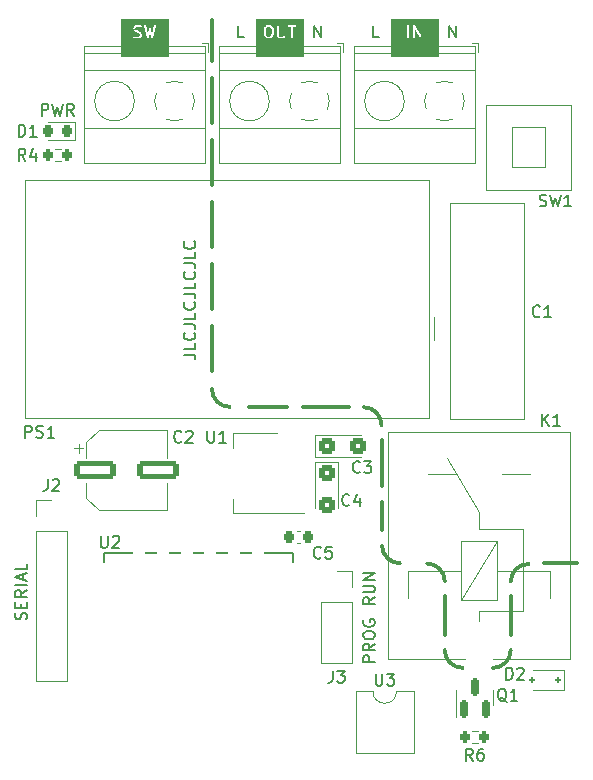
<source format=gto>
G04 #@! TF.GenerationSoftware,KiCad,Pcbnew,7.0.8*
G04 #@! TF.CreationDate,2024-05-10T00:52:19-03:00*
G04 #@! TF.ProjectId,on_off_module_x1,6f6e5f6f-6666-45f6-9d6f-64756c655f78,1.0*
G04 #@! TF.SameCoordinates,Original*
G04 #@! TF.FileFunction,Legend,Top*
G04 #@! TF.FilePolarity,Positive*
%FSLAX46Y46*%
G04 Gerber Fmt 4.6, Leading zero omitted, Abs format (unit mm)*
G04 Created by KiCad (PCBNEW 7.0.8) date 2024-05-10 00:52:19*
%MOMM*%
%LPD*%
G01*
G04 APERTURE LIST*
G04 Aperture macros list*
%AMRoundRect*
0 Rectangle with rounded corners*
0 $1 Rounding radius*
0 $2 $3 $4 $5 $6 $7 $8 $9 X,Y pos of 4 corners*
0 Add a 4 corners polygon primitive as box body*
4,1,4,$2,$3,$4,$5,$6,$7,$8,$9,$2,$3,0*
0 Add four circle primitives for the rounded corners*
1,1,$1+$1,$2,$3*
1,1,$1+$1,$4,$5*
1,1,$1+$1,$6,$7*
1,1,$1+$1,$8,$9*
0 Add four rect primitives between the rounded corners*
20,1,$1+$1,$2,$3,$4,$5,0*
20,1,$1+$1,$4,$5,$6,$7,0*
20,1,$1+$1,$6,$7,$8,$9,0*
20,1,$1+$1,$8,$9,$2,$3,0*%
G04 Aperture macros list end*
%ADD10C,0.050000*%
%ADD11C,0.350000*%
%ADD12C,0.200000*%
%ADD13C,0.150000*%
%ADD14C,0.120000*%
%ADD15C,0.152400*%
%ADD16RoundRect,0.225000X-0.225000X-0.250000X0.225000X-0.250000X0.225000X0.250000X-0.225000X0.250000X0*%
%ADD17RoundRect,0.150000X0.150000X-0.587500X0.150000X0.587500X-0.150000X0.587500X-0.150000X-0.587500X0*%
%ADD18C,2.500000*%
%ADD19RoundRect,0.125000X0.125000X0.125000X-0.125000X0.125000X-0.125000X-0.125000X0.125000X-0.125000X0*%
%ADD20R,1.700000X1.700000*%
%ADD21O,1.700000X1.700000*%
%ADD22RoundRect,0.218750X0.218750X0.256250X-0.218750X0.256250X-0.218750X-0.256250X0.218750X-0.256250X0*%
%ADD23C,3.000000*%
%ADD24C,2.600000*%
%ADD25R,2.600000X2.600000*%
%ADD26R,2.000000X1.500000*%
%ADD27R,2.000000X3.800000*%
%ADD28RoundRect,0.200000X-0.200000X-0.275000X0.200000X-0.275000X0.200000X0.275000X-0.200000X0.275000X0*%
%ADD29RoundRect,0.250000X-0.425000X0.450000X-0.425000X-0.450000X0.425000X-0.450000X0.425000X0.450000X0*%
%ADD30R,2.500000X1.100000*%
%ADD31R,1.100000X2.500000*%
%ADD32C,2.400000*%
%ADD33R,2.000000X1.780000*%
%ADD34R,2.300000X2.000000*%
%ADD35C,2.300000*%
%ADD36RoundRect,0.250000X-0.450000X-0.425000X0.450000X-0.425000X0.450000X0.425000X-0.450000X0.425000X0*%
%ADD37RoundRect,0.250000X-1.500000X-0.550000X1.500000X-0.550000X1.500000X0.550000X-1.500000X0.550000X0*%
%ADD38R,1.500000X1.500000*%
%ADD39C,1.500000*%
G04 APERTURE END LIST*
D10*
X136244100Y-58823798D02*
X137209300Y-58823798D01*
X137209300Y-61973398D01*
X136244100Y-61973398D01*
X136244100Y-58823798D01*
G36*
X136244100Y-58823798D02*
G01*
X137209300Y-58823798D01*
X137209300Y-61973398D01*
X136244100Y-61973398D01*
X136244100Y-58823798D01*
G37*
X136244100Y-60601798D02*
X140231900Y-60601798D01*
X140231900Y-61973398D01*
X136244100Y-61973398D01*
X136244100Y-60601798D01*
G36*
X136244100Y-60601798D02*
G01*
X140231900Y-60601798D01*
X140231900Y-61973398D01*
X136244100Y-61973398D01*
X136244100Y-60601798D01*
G37*
X136244100Y-58823798D02*
X140231900Y-58823798D01*
X140231900Y-59280998D01*
X136244100Y-59280998D01*
X136244100Y-58823798D01*
G36*
X136244100Y-58823798D02*
G01*
X140231900Y-58823798D01*
X140231900Y-59280998D01*
X136244100Y-59280998D01*
X136244100Y-58823798D01*
G37*
X139317500Y-58823798D02*
X140231900Y-58823798D01*
X140231900Y-61973398D01*
X139317500Y-61973398D01*
X139317500Y-58823798D01*
G36*
X139317500Y-58823798D02*
G01*
X140231900Y-58823798D01*
X140231900Y-61973398D01*
X139317500Y-61973398D01*
X139317500Y-58823798D01*
G37*
X147669100Y-58823798D02*
X148227900Y-58823798D01*
X148227900Y-61973398D01*
X147669100Y-61973398D01*
X147669100Y-58823798D01*
G36*
X147669100Y-58823798D02*
G01*
X148227900Y-58823798D01*
X148227900Y-61973398D01*
X147669100Y-61973398D01*
X147669100Y-58823798D01*
G37*
X151199700Y-58823798D02*
X151656900Y-58823798D01*
X151656900Y-61973398D01*
X151199700Y-61973398D01*
X151199700Y-58823798D01*
G36*
X151199700Y-58823798D02*
G01*
X151656900Y-58823798D01*
X151656900Y-61973398D01*
X151199700Y-61973398D01*
X151199700Y-58823798D01*
G37*
X147669100Y-58823798D02*
X151656900Y-58823798D01*
X151656900Y-59280998D01*
X147669100Y-59280998D01*
X147669100Y-58823798D01*
G36*
X147669100Y-58823798D02*
G01*
X151656900Y-58823798D01*
X151656900Y-59280998D01*
X147669100Y-59280998D01*
X147669100Y-58823798D01*
G37*
X147669100Y-60601798D02*
X151656900Y-60601798D01*
X151656900Y-61973398D01*
X147669100Y-61973398D01*
X147669100Y-60601798D01*
G36*
X147669100Y-60601798D02*
G01*
X151656900Y-60601798D01*
X151656900Y-61973398D01*
X147669100Y-61973398D01*
X147669100Y-60601798D01*
G37*
X159099100Y-60601798D02*
X163086900Y-60601798D01*
X163086900Y-61973398D01*
X159099100Y-61973398D01*
X159099100Y-60601798D01*
G36*
X159099100Y-60601798D02*
G01*
X163086900Y-60601798D01*
X163086900Y-61973398D01*
X159099100Y-61973398D01*
X159099100Y-60601798D01*
G37*
X159099100Y-58823798D02*
X163086900Y-58823798D01*
X163086900Y-59280998D01*
X159099100Y-59280998D01*
X159099100Y-58823798D01*
G36*
X159099100Y-58823798D02*
G01*
X163086900Y-58823798D01*
X163086900Y-59280998D01*
X159099100Y-59280998D01*
X159099100Y-58823798D01*
G37*
X161816900Y-58823798D02*
X163086900Y-58823798D01*
X163086900Y-61973398D01*
X161816900Y-61973398D01*
X161816900Y-58823798D01*
G36*
X161816900Y-58823798D02*
G01*
X163086900Y-58823798D01*
X163086900Y-61973398D01*
X161816900Y-61973398D01*
X161816900Y-58823798D01*
G37*
X159099100Y-58823798D02*
X160369100Y-58823798D01*
X160369100Y-61973398D01*
X159099100Y-61973398D01*
X159099100Y-58823798D01*
G36*
X159099100Y-58823798D02*
G01*
X160369100Y-58823798D01*
X160369100Y-61973398D01*
X159099100Y-61973398D01*
X159099100Y-58823798D01*
G37*
D11*
X163662000Y-107699498D02*
X163662000Y-111001498D01*
X169250000Y-107699498D02*
X169250000Y-111001498D01*
X158352000Y-103405498D02*
G75*
G03*
X159852000Y-104905498I1500000J0D01*
G01*
X158328000Y-94491498D02*
X158328000Y-98341498D01*
X158328000Y-99741498D02*
X158328000Y-102111498D01*
X143953000Y-90173498D02*
G75*
G03*
X145453000Y-91673498I1500000J0D01*
G01*
X163662000Y-112271498D02*
G75*
G03*
X165162000Y-113771498I1500000J0D01*
G01*
X163662000Y-106429498D02*
G75*
G03*
X162162000Y-104929498I-1500000J0D01*
G01*
X172044000Y-104905498D02*
X174838000Y-104905498D01*
X158304000Y-93197498D02*
G75*
G03*
X156804000Y-91697498I-1500000J0D01*
G01*
X155534000Y-91697498D02*
X151684000Y-91697498D01*
X150284000Y-91697498D02*
X147128000Y-91697498D01*
X170750000Y-104974098D02*
G75*
G03*
X169250000Y-106474144I100J-1500100D01*
G01*
X143953000Y-88649498D02*
X143953000Y-84799498D01*
X143953000Y-83399498D02*
X143953000Y-79549498D01*
X143953000Y-78149498D02*
X143953000Y-74299498D01*
X143953000Y-72899498D02*
X143953000Y-69049498D01*
X143953000Y-67649498D02*
X143953000Y-63799498D01*
X143953000Y-62399498D02*
X143953000Y-58931498D01*
X167750000Y-113771498D02*
G75*
G03*
X169250000Y-112271498I0J1500000D01*
G01*
D12*
X141550219Y-87240968D02*
X142264504Y-87240968D01*
X142264504Y-87240968D02*
X142407361Y-87288587D01*
X142407361Y-87288587D02*
X142502600Y-87383825D01*
X142502600Y-87383825D02*
X142550219Y-87526682D01*
X142550219Y-87526682D02*
X142550219Y-87621920D01*
X142550219Y-86288587D02*
X142550219Y-86764777D01*
X142550219Y-86764777D02*
X141550219Y-86764777D01*
X142454980Y-85383825D02*
X142502600Y-85431444D01*
X142502600Y-85431444D02*
X142550219Y-85574301D01*
X142550219Y-85574301D02*
X142550219Y-85669539D01*
X142550219Y-85669539D02*
X142502600Y-85812396D01*
X142502600Y-85812396D02*
X142407361Y-85907634D01*
X142407361Y-85907634D02*
X142312123Y-85955253D01*
X142312123Y-85955253D02*
X142121647Y-86002872D01*
X142121647Y-86002872D02*
X141978790Y-86002872D01*
X141978790Y-86002872D02*
X141788314Y-85955253D01*
X141788314Y-85955253D02*
X141693076Y-85907634D01*
X141693076Y-85907634D02*
X141597838Y-85812396D01*
X141597838Y-85812396D02*
X141550219Y-85669539D01*
X141550219Y-85669539D02*
X141550219Y-85574301D01*
X141550219Y-85574301D02*
X141597838Y-85431444D01*
X141597838Y-85431444D02*
X141645457Y-85383825D01*
X141550219Y-84669539D02*
X142264504Y-84669539D01*
X142264504Y-84669539D02*
X142407361Y-84717158D01*
X142407361Y-84717158D02*
X142502600Y-84812396D01*
X142502600Y-84812396D02*
X142550219Y-84955253D01*
X142550219Y-84955253D02*
X142550219Y-85050491D01*
X142550219Y-83717158D02*
X142550219Y-84193348D01*
X142550219Y-84193348D02*
X141550219Y-84193348D01*
X142454980Y-82812396D02*
X142502600Y-82860015D01*
X142502600Y-82860015D02*
X142550219Y-83002872D01*
X142550219Y-83002872D02*
X142550219Y-83098110D01*
X142550219Y-83098110D02*
X142502600Y-83240967D01*
X142502600Y-83240967D02*
X142407361Y-83336205D01*
X142407361Y-83336205D02*
X142312123Y-83383824D01*
X142312123Y-83383824D02*
X142121647Y-83431443D01*
X142121647Y-83431443D02*
X141978790Y-83431443D01*
X141978790Y-83431443D02*
X141788314Y-83383824D01*
X141788314Y-83383824D02*
X141693076Y-83336205D01*
X141693076Y-83336205D02*
X141597838Y-83240967D01*
X141597838Y-83240967D02*
X141550219Y-83098110D01*
X141550219Y-83098110D02*
X141550219Y-83002872D01*
X141550219Y-83002872D02*
X141597838Y-82860015D01*
X141597838Y-82860015D02*
X141645457Y-82812396D01*
X141550219Y-82098110D02*
X142264504Y-82098110D01*
X142264504Y-82098110D02*
X142407361Y-82145729D01*
X142407361Y-82145729D02*
X142502600Y-82240967D01*
X142502600Y-82240967D02*
X142550219Y-82383824D01*
X142550219Y-82383824D02*
X142550219Y-82479062D01*
X142550219Y-81145729D02*
X142550219Y-81621919D01*
X142550219Y-81621919D02*
X141550219Y-81621919D01*
X142454980Y-80240967D02*
X142502600Y-80288586D01*
X142502600Y-80288586D02*
X142550219Y-80431443D01*
X142550219Y-80431443D02*
X142550219Y-80526681D01*
X142550219Y-80526681D02*
X142502600Y-80669538D01*
X142502600Y-80669538D02*
X142407361Y-80764776D01*
X142407361Y-80764776D02*
X142312123Y-80812395D01*
X142312123Y-80812395D02*
X142121647Y-80860014D01*
X142121647Y-80860014D02*
X141978790Y-80860014D01*
X141978790Y-80860014D02*
X141788314Y-80812395D01*
X141788314Y-80812395D02*
X141693076Y-80764776D01*
X141693076Y-80764776D02*
X141597838Y-80669538D01*
X141597838Y-80669538D02*
X141550219Y-80526681D01*
X141550219Y-80526681D02*
X141550219Y-80431443D01*
X141550219Y-80431443D02*
X141597838Y-80288586D01*
X141597838Y-80288586D02*
X141645457Y-80240967D01*
X141550219Y-79526681D02*
X142264504Y-79526681D01*
X142264504Y-79526681D02*
X142407361Y-79574300D01*
X142407361Y-79574300D02*
X142502600Y-79669538D01*
X142502600Y-79669538D02*
X142550219Y-79812395D01*
X142550219Y-79812395D02*
X142550219Y-79907633D01*
X142550219Y-78574300D02*
X142550219Y-79050490D01*
X142550219Y-79050490D02*
X141550219Y-79050490D01*
X142454980Y-77669538D02*
X142502600Y-77717157D01*
X142502600Y-77717157D02*
X142550219Y-77860014D01*
X142550219Y-77860014D02*
X142550219Y-77955252D01*
X142550219Y-77955252D02*
X142502600Y-78098109D01*
X142502600Y-78098109D02*
X142407361Y-78193347D01*
X142407361Y-78193347D02*
X142312123Y-78240966D01*
X142312123Y-78240966D02*
X142121647Y-78288585D01*
X142121647Y-78288585D02*
X141978790Y-78288585D01*
X141978790Y-78288585D02*
X141788314Y-78240966D01*
X141788314Y-78240966D02*
X141693076Y-78193347D01*
X141693076Y-78193347D02*
X141597838Y-78098109D01*
X141597838Y-78098109D02*
X141550219Y-77955252D01*
X141550219Y-77955252D02*
X141550219Y-77860014D01*
X141550219Y-77860014D02*
X141597838Y-77717157D01*
X141597838Y-77717157D02*
X141645457Y-77669538D01*
D13*
X153184333Y-104420778D02*
X153136714Y-104468398D01*
X153136714Y-104468398D02*
X152993857Y-104516017D01*
X152993857Y-104516017D02*
X152898619Y-104516017D01*
X152898619Y-104516017D02*
X152755762Y-104468398D01*
X152755762Y-104468398D02*
X152660524Y-104373159D01*
X152660524Y-104373159D02*
X152612905Y-104277921D01*
X152612905Y-104277921D02*
X152565286Y-104087445D01*
X152565286Y-104087445D02*
X152565286Y-103944588D01*
X152565286Y-103944588D02*
X152612905Y-103754112D01*
X152612905Y-103754112D02*
X152660524Y-103658874D01*
X152660524Y-103658874D02*
X152755762Y-103563636D01*
X152755762Y-103563636D02*
X152898619Y-103516017D01*
X152898619Y-103516017D02*
X152993857Y-103516017D01*
X152993857Y-103516017D02*
X153136714Y-103563636D01*
X153136714Y-103563636D02*
X153184333Y-103611255D01*
X154089095Y-103516017D02*
X153612905Y-103516017D01*
X153612905Y-103516017D02*
X153565286Y-103992207D01*
X153565286Y-103992207D02*
X153612905Y-103944588D01*
X153612905Y-103944588D02*
X153708143Y-103896969D01*
X153708143Y-103896969D02*
X153946238Y-103896969D01*
X153946238Y-103896969D02*
X154041476Y-103944588D01*
X154041476Y-103944588D02*
X154089095Y-103992207D01*
X154089095Y-103992207D02*
X154136714Y-104087445D01*
X154136714Y-104087445D02*
X154136714Y-104325540D01*
X154136714Y-104325540D02*
X154089095Y-104420778D01*
X154089095Y-104420778D02*
X154041476Y-104468398D01*
X154041476Y-104468398D02*
X153946238Y-104516017D01*
X153946238Y-104516017D02*
X153708143Y-104516017D01*
X153708143Y-104516017D02*
X153612905Y-104468398D01*
X153612905Y-104468398D02*
X153565286Y-104420778D01*
X168900761Y-116631555D02*
X168805523Y-116583936D01*
X168805523Y-116583936D02*
X168710285Y-116488698D01*
X168710285Y-116488698D02*
X168567428Y-116345840D01*
X168567428Y-116345840D02*
X168472190Y-116298221D01*
X168472190Y-116298221D02*
X168376952Y-116298221D01*
X168424571Y-116536317D02*
X168329333Y-116488698D01*
X168329333Y-116488698D02*
X168234095Y-116393459D01*
X168234095Y-116393459D02*
X168186476Y-116202983D01*
X168186476Y-116202983D02*
X168186476Y-115869650D01*
X168186476Y-115869650D02*
X168234095Y-115679174D01*
X168234095Y-115679174D02*
X168329333Y-115583936D01*
X168329333Y-115583936D02*
X168424571Y-115536317D01*
X168424571Y-115536317D02*
X168615047Y-115536317D01*
X168615047Y-115536317D02*
X168710285Y-115583936D01*
X168710285Y-115583936D02*
X168805523Y-115679174D01*
X168805523Y-115679174D02*
X168853142Y-115869650D01*
X168853142Y-115869650D02*
X168853142Y-116202983D01*
X168853142Y-116202983D02*
X168805523Y-116393459D01*
X168805523Y-116393459D02*
X168710285Y-116488698D01*
X168710285Y-116488698D02*
X168615047Y-116536317D01*
X168615047Y-116536317D02*
X168424571Y-116536317D01*
X169805523Y-116536317D02*
X169234095Y-116536317D01*
X169519809Y-116536317D02*
X169519809Y-115536317D01*
X169519809Y-115536317D02*
X169424571Y-115679174D01*
X169424571Y-115679174D02*
X169329333Y-115774412D01*
X169329333Y-115774412D02*
X169234095Y-115822031D01*
X168849405Y-114758317D02*
X168849405Y-113758317D01*
X168849405Y-113758317D02*
X169087500Y-113758317D01*
X169087500Y-113758317D02*
X169230357Y-113805936D01*
X169230357Y-113805936D02*
X169325595Y-113901174D01*
X169325595Y-113901174D02*
X169373214Y-113996412D01*
X169373214Y-113996412D02*
X169420833Y-114186888D01*
X169420833Y-114186888D02*
X169420833Y-114329745D01*
X169420833Y-114329745D02*
X169373214Y-114520221D01*
X169373214Y-114520221D02*
X169325595Y-114615459D01*
X169325595Y-114615459D02*
X169230357Y-114710698D01*
X169230357Y-114710698D02*
X169087500Y-114758317D01*
X169087500Y-114758317D02*
X168849405Y-114758317D01*
X169801786Y-113853555D02*
X169849405Y-113805936D01*
X169849405Y-113805936D02*
X169944643Y-113758317D01*
X169944643Y-113758317D02*
X170182738Y-113758317D01*
X170182738Y-113758317D02*
X170277976Y-113805936D01*
X170277976Y-113805936D02*
X170325595Y-113853555D01*
X170325595Y-113853555D02*
X170373214Y-113948793D01*
X170373214Y-113948793D02*
X170373214Y-114044031D01*
X170373214Y-114044031D02*
X170325595Y-114186888D01*
X170325595Y-114186888D02*
X169754167Y-114758317D01*
X169754167Y-114758317D02*
X170373214Y-114758317D01*
X154184666Y-114012317D02*
X154184666Y-114726602D01*
X154184666Y-114726602D02*
X154137047Y-114869459D01*
X154137047Y-114869459D02*
X154041809Y-114964698D01*
X154041809Y-114964698D02*
X153898952Y-115012317D01*
X153898952Y-115012317D02*
X153803714Y-115012317D01*
X154565619Y-114012317D02*
X155184666Y-114012317D01*
X155184666Y-114012317D02*
X154851333Y-114393269D01*
X154851333Y-114393269D02*
X154994190Y-114393269D01*
X154994190Y-114393269D02*
X155089428Y-114440888D01*
X155089428Y-114440888D02*
X155137047Y-114488507D01*
X155137047Y-114488507D02*
X155184666Y-114583745D01*
X155184666Y-114583745D02*
X155184666Y-114821840D01*
X155184666Y-114821840D02*
X155137047Y-114917078D01*
X155137047Y-114917078D02*
X155089428Y-114964698D01*
X155089428Y-114964698D02*
X154994190Y-115012317D01*
X154994190Y-115012317D02*
X154708476Y-115012317D01*
X154708476Y-115012317D02*
X154613238Y-114964698D01*
X154613238Y-114964698D02*
X154565619Y-114917078D01*
X157741819Y-107802593D02*
X157265628Y-108135926D01*
X157741819Y-108374021D02*
X156741819Y-108374021D01*
X156741819Y-108374021D02*
X156741819Y-107993069D01*
X156741819Y-107993069D02*
X156789438Y-107897831D01*
X156789438Y-107897831D02*
X156837057Y-107850212D01*
X156837057Y-107850212D02*
X156932295Y-107802593D01*
X156932295Y-107802593D02*
X157075152Y-107802593D01*
X157075152Y-107802593D02*
X157170390Y-107850212D01*
X157170390Y-107850212D02*
X157218009Y-107897831D01*
X157218009Y-107897831D02*
X157265628Y-107993069D01*
X157265628Y-107993069D02*
X157265628Y-108374021D01*
X156741819Y-107374021D02*
X157551342Y-107374021D01*
X157551342Y-107374021D02*
X157646580Y-107326402D01*
X157646580Y-107326402D02*
X157694200Y-107278783D01*
X157694200Y-107278783D02*
X157741819Y-107183545D01*
X157741819Y-107183545D02*
X157741819Y-106993069D01*
X157741819Y-106993069D02*
X157694200Y-106897831D01*
X157694200Y-106897831D02*
X157646580Y-106850212D01*
X157646580Y-106850212D02*
X157551342Y-106802593D01*
X157551342Y-106802593D02*
X156741819Y-106802593D01*
X157741819Y-106326402D02*
X156741819Y-106326402D01*
X156741819Y-106326402D02*
X157741819Y-105754974D01*
X157741819Y-105754974D02*
X156741819Y-105754974D01*
X157741819Y-113295211D02*
X156741819Y-113295211D01*
X156741819Y-113295211D02*
X156741819Y-112914259D01*
X156741819Y-112914259D02*
X156789438Y-112819021D01*
X156789438Y-112819021D02*
X156837057Y-112771402D01*
X156837057Y-112771402D02*
X156932295Y-112723783D01*
X156932295Y-112723783D02*
X157075152Y-112723783D01*
X157075152Y-112723783D02*
X157170390Y-112771402D01*
X157170390Y-112771402D02*
X157218009Y-112819021D01*
X157218009Y-112819021D02*
X157265628Y-112914259D01*
X157265628Y-112914259D02*
X157265628Y-113295211D01*
X157741819Y-111723783D02*
X157265628Y-112057116D01*
X157741819Y-112295211D02*
X156741819Y-112295211D01*
X156741819Y-112295211D02*
X156741819Y-111914259D01*
X156741819Y-111914259D02*
X156789438Y-111819021D01*
X156789438Y-111819021D02*
X156837057Y-111771402D01*
X156837057Y-111771402D02*
X156932295Y-111723783D01*
X156932295Y-111723783D02*
X157075152Y-111723783D01*
X157075152Y-111723783D02*
X157170390Y-111771402D01*
X157170390Y-111771402D02*
X157218009Y-111819021D01*
X157218009Y-111819021D02*
X157265628Y-111914259D01*
X157265628Y-111914259D02*
X157265628Y-112295211D01*
X156741819Y-111104735D02*
X156741819Y-110914259D01*
X156741819Y-110914259D02*
X156789438Y-110819021D01*
X156789438Y-110819021D02*
X156884676Y-110723783D01*
X156884676Y-110723783D02*
X157075152Y-110676164D01*
X157075152Y-110676164D02*
X157408485Y-110676164D01*
X157408485Y-110676164D02*
X157598961Y-110723783D01*
X157598961Y-110723783D02*
X157694200Y-110819021D01*
X157694200Y-110819021D02*
X157741819Y-110914259D01*
X157741819Y-110914259D02*
X157741819Y-111104735D01*
X157741819Y-111104735D02*
X157694200Y-111199973D01*
X157694200Y-111199973D02*
X157598961Y-111295211D01*
X157598961Y-111295211D02*
X157408485Y-111342830D01*
X157408485Y-111342830D02*
X157075152Y-111342830D01*
X157075152Y-111342830D02*
X156884676Y-111295211D01*
X156884676Y-111295211D02*
X156789438Y-111199973D01*
X156789438Y-111199973D02*
X156741819Y-111104735D01*
X156789438Y-109723783D02*
X156741819Y-109819021D01*
X156741819Y-109819021D02*
X156741819Y-109961878D01*
X156741819Y-109961878D02*
X156789438Y-110104735D01*
X156789438Y-110104735D02*
X156884676Y-110199973D01*
X156884676Y-110199973D02*
X156979914Y-110247592D01*
X156979914Y-110247592D02*
X157170390Y-110295211D01*
X157170390Y-110295211D02*
X157313247Y-110295211D01*
X157313247Y-110295211D02*
X157503723Y-110247592D01*
X157503723Y-110247592D02*
X157598961Y-110199973D01*
X157598961Y-110199973D02*
X157694200Y-110104735D01*
X157694200Y-110104735D02*
X157741819Y-109961878D01*
X157741819Y-109961878D02*
X157741819Y-109866640D01*
X157741819Y-109866640D02*
X157694200Y-109723783D01*
X157694200Y-109723783D02*
X157646580Y-109676164D01*
X157646580Y-109676164D02*
X157313247Y-109676164D01*
X157313247Y-109676164D02*
X157313247Y-109866640D01*
X127593905Y-68784317D02*
X127593905Y-67784317D01*
X127593905Y-67784317D02*
X127832000Y-67784317D01*
X127832000Y-67784317D02*
X127974857Y-67831936D01*
X127974857Y-67831936D02*
X128070095Y-67927174D01*
X128070095Y-67927174D02*
X128117714Y-68022412D01*
X128117714Y-68022412D02*
X128165333Y-68212888D01*
X128165333Y-68212888D02*
X128165333Y-68355745D01*
X128165333Y-68355745D02*
X128117714Y-68546221D01*
X128117714Y-68546221D02*
X128070095Y-68641459D01*
X128070095Y-68641459D02*
X127974857Y-68736698D01*
X127974857Y-68736698D02*
X127832000Y-68784317D01*
X127832000Y-68784317D02*
X127593905Y-68784317D01*
X129117714Y-68784317D02*
X128546286Y-68784317D01*
X128832000Y-68784317D02*
X128832000Y-67784317D01*
X128832000Y-67784317D02*
X128736762Y-67927174D01*
X128736762Y-67927174D02*
X128641524Y-68022412D01*
X128641524Y-68022412D02*
X128546286Y-68070031D01*
X129542667Y-67006317D02*
X129542667Y-66006317D01*
X129542667Y-66006317D02*
X129923619Y-66006317D01*
X129923619Y-66006317D02*
X130018857Y-66053936D01*
X130018857Y-66053936D02*
X130066476Y-66101555D01*
X130066476Y-66101555D02*
X130114095Y-66196793D01*
X130114095Y-66196793D02*
X130114095Y-66339650D01*
X130114095Y-66339650D02*
X130066476Y-66434888D01*
X130066476Y-66434888D02*
X130018857Y-66482507D01*
X130018857Y-66482507D02*
X129923619Y-66530126D01*
X129923619Y-66530126D02*
X129542667Y-66530126D01*
X130447429Y-66006317D02*
X130685524Y-67006317D01*
X130685524Y-67006317D02*
X130876000Y-66292031D01*
X130876000Y-66292031D02*
X131066476Y-67006317D01*
X131066476Y-67006317D02*
X131304572Y-66006317D01*
X132256952Y-67006317D02*
X131923619Y-66530126D01*
X131685524Y-67006317D02*
X131685524Y-66006317D01*
X131685524Y-66006317D02*
X132066476Y-66006317D01*
X132066476Y-66006317D02*
X132161714Y-66053936D01*
X132161714Y-66053936D02*
X132209333Y-66101555D01*
X132209333Y-66101555D02*
X132256952Y-66196793D01*
X132256952Y-66196793D02*
X132256952Y-66339650D01*
X132256952Y-66339650D02*
X132209333Y-66434888D01*
X132209333Y-66434888D02*
X132161714Y-66482507D01*
X132161714Y-66482507D02*
X132066476Y-66530126D01*
X132066476Y-66530126D02*
X131685524Y-66530126D01*
X171909905Y-93272317D02*
X171909905Y-92272317D01*
X172481333Y-93272317D02*
X172052762Y-92700888D01*
X172481333Y-92272317D02*
X171909905Y-92843745D01*
X173433714Y-93272317D02*
X172862286Y-93272317D01*
X173148000Y-93272317D02*
X173148000Y-92272317D01*
X173148000Y-92272317D02*
X173052762Y-92415174D01*
X173052762Y-92415174D02*
X172957524Y-92510412D01*
X172957524Y-92510412D02*
X172862286Y-92558031D01*
G36*
X139358579Y-60616676D02*
G01*
X137163000Y-60616676D01*
X137163000Y-59684533D01*
X137305857Y-59684533D01*
X137307390Y-59688746D01*
X137306349Y-59693107D01*
X137313775Y-59718074D01*
X137361394Y-59813312D01*
X137362583Y-59814437D01*
X137375443Y-59832804D01*
X137423062Y-59880423D01*
X137424543Y-59881114D01*
X137442554Y-59894472D01*
X137537792Y-59942091D01*
X137541320Y-59942497D01*
X137553143Y-59947770D01*
X137735633Y-59993392D01*
X137812620Y-60031886D01*
X137843027Y-60062293D01*
X137877285Y-60130809D01*
X137877285Y-60190637D01*
X137843026Y-60259153D01*
X137812619Y-60289561D01*
X137744104Y-60323819D01*
X137535884Y-60323819D01*
X137404574Y-60280049D01*
X137353290Y-60281450D01*
X137314905Y-60315487D01*
X137307380Y-60366236D01*
X137334235Y-60409948D01*
X137357140Y-60422351D01*
X137499996Y-60469970D01*
X137501631Y-60469925D01*
X137523714Y-60473819D01*
X137761809Y-60473819D01*
X137766022Y-60472285D01*
X137770383Y-60473327D01*
X137795350Y-60465901D01*
X137890588Y-60418282D01*
X137891712Y-60417094D01*
X137910081Y-60404232D01*
X137957699Y-60356613D01*
X137958389Y-60355131D01*
X137971748Y-60337121D01*
X138019367Y-60241883D01*
X138019879Y-60237429D01*
X138022762Y-60233994D01*
X138027285Y-60208342D01*
X138027285Y-60113104D01*
X138025751Y-60108890D01*
X138026793Y-60104529D01*
X138019367Y-60079563D01*
X137971748Y-59984325D01*
X137970558Y-59983199D01*
X137957699Y-59964833D01*
X137910080Y-59917214D01*
X137908598Y-59916523D01*
X137890588Y-59903165D01*
X137795350Y-59855546D01*
X137791821Y-59855139D01*
X137779999Y-59849867D01*
X137597509Y-59804244D01*
X137520522Y-59765751D01*
X137490115Y-59735344D01*
X137455857Y-59666828D01*
X137455857Y-59607000D01*
X137490115Y-59538484D01*
X137520522Y-59508077D01*
X137589038Y-59473819D01*
X137797258Y-59473819D01*
X137928567Y-59517589D01*
X137979851Y-59516188D01*
X138018237Y-59482150D01*
X138025762Y-59431402D01*
X138000442Y-59390188D01*
X138211117Y-59390188D01*
X138212659Y-59416191D01*
X138450754Y-60416191D01*
X138455083Y-60422759D01*
X138455779Y-60430597D01*
X138468839Y-60443626D01*
X138478990Y-60459024D01*
X138486528Y-60461272D01*
X138492099Y-60466830D01*
X138510475Y-60468415D01*
X138528152Y-60473688D01*
X138535374Y-60470563D01*
X138543212Y-60471240D01*
X138558308Y-60460642D01*
X138575238Y-60453319D01*
X138578761Y-60446284D01*
X138585202Y-60441764D01*
X138596182Y-60418144D01*
X138714189Y-59975613D01*
X138832198Y-60418144D01*
X138836703Y-60424595D01*
X138837609Y-60432410D01*
X138851014Y-60445083D01*
X138861575Y-60460204D01*
X138869169Y-60462248D01*
X138874888Y-60467655D01*
X138893301Y-60468746D01*
X138911113Y-60473542D01*
X138918249Y-60470224D01*
X138926102Y-60470690D01*
X138940905Y-60459693D01*
X138957636Y-60451916D01*
X138960970Y-60444787D01*
X138967285Y-60440097D01*
X138977626Y-60416191D01*
X139215722Y-59416191D01*
X139209819Y-59365228D01*
X139172540Y-59329983D01*
X139121326Y-59326948D01*
X139080143Y-59357541D01*
X139069802Y-59381448D01*
X138900549Y-60092303D01*
X138786658Y-59665208D01*
X138782730Y-59659585D01*
X138782125Y-59652755D01*
X138768387Y-59639049D01*
X138757281Y-59623148D01*
X138750662Y-59621365D01*
X138745806Y-59616521D01*
X138726472Y-59614852D01*
X138707743Y-59609810D01*
X138701524Y-59612700D01*
X138694692Y-59612111D01*
X138678812Y-59623258D01*
X138661221Y-59631436D01*
X138658315Y-59637647D01*
X138652702Y-59641588D01*
X138641722Y-59665208D01*
X138527830Y-60092303D01*
X138358579Y-59381447D01*
X138330343Y-59338614D01*
X138281181Y-59323950D01*
X138234095Y-59344319D01*
X138211117Y-59390188D01*
X138000442Y-59390188D01*
X137998907Y-59387689D01*
X137976002Y-59375287D01*
X137833145Y-59327668D01*
X137831510Y-59327712D01*
X137809428Y-59323819D01*
X137571333Y-59323819D01*
X137567119Y-59325352D01*
X137562758Y-59324311D01*
X137537792Y-59331737D01*
X137442554Y-59379356D01*
X137441428Y-59380545D01*
X137423062Y-59393405D01*
X137375443Y-59441024D01*
X137374752Y-59442505D01*
X137361394Y-59460516D01*
X137313775Y-59555754D01*
X137313262Y-59560207D01*
X137310380Y-59563643D01*
X137305857Y-59589295D01*
X137305857Y-59684533D01*
X137163000Y-59684533D01*
X137163000Y-59180962D01*
X139358579Y-59180962D01*
X139358579Y-60616676D01*
G37*
X130030666Y-97801017D02*
X130030666Y-98515302D01*
X130030666Y-98515302D02*
X129983047Y-98658159D01*
X129983047Y-98658159D02*
X129887809Y-98753398D01*
X129887809Y-98753398D02*
X129744952Y-98801017D01*
X129744952Y-98801017D02*
X129649714Y-98801017D01*
X130459238Y-97896255D02*
X130506857Y-97848636D01*
X130506857Y-97848636D02*
X130602095Y-97801017D01*
X130602095Y-97801017D02*
X130840190Y-97801017D01*
X130840190Y-97801017D02*
X130935428Y-97848636D01*
X130935428Y-97848636D02*
X130983047Y-97896255D01*
X130983047Y-97896255D02*
X131030666Y-97991493D01*
X131030666Y-97991493D02*
X131030666Y-98086731D01*
X131030666Y-98086731D02*
X130983047Y-98229588D01*
X130983047Y-98229588D02*
X130411619Y-98801017D01*
X130411619Y-98801017D02*
X131030666Y-98801017D01*
X128231200Y-109672721D02*
X128278819Y-109529864D01*
X128278819Y-109529864D02*
X128278819Y-109291769D01*
X128278819Y-109291769D02*
X128231200Y-109196531D01*
X128231200Y-109196531D02*
X128183580Y-109148912D01*
X128183580Y-109148912D02*
X128088342Y-109101293D01*
X128088342Y-109101293D02*
X127993104Y-109101293D01*
X127993104Y-109101293D02*
X127897866Y-109148912D01*
X127897866Y-109148912D02*
X127850247Y-109196531D01*
X127850247Y-109196531D02*
X127802628Y-109291769D01*
X127802628Y-109291769D02*
X127755009Y-109482245D01*
X127755009Y-109482245D02*
X127707390Y-109577483D01*
X127707390Y-109577483D02*
X127659771Y-109625102D01*
X127659771Y-109625102D02*
X127564533Y-109672721D01*
X127564533Y-109672721D02*
X127469295Y-109672721D01*
X127469295Y-109672721D02*
X127374057Y-109625102D01*
X127374057Y-109625102D02*
X127326438Y-109577483D01*
X127326438Y-109577483D02*
X127278819Y-109482245D01*
X127278819Y-109482245D02*
X127278819Y-109244150D01*
X127278819Y-109244150D02*
X127326438Y-109101293D01*
X127755009Y-108672721D02*
X127755009Y-108339388D01*
X128278819Y-108196531D02*
X128278819Y-108672721D01*
X128278819Y-108672721D02*
X127278819Y-108672721D01*
X127278819Y-108672721D02*
X127278819Y-108196531D01*
X128278819Y-107196531D02*
X127802628Y-107529864D01*
X128278819Y-107767959D02*
X127278819Y-107767959D01*
X127278819Y-107767959D02*
X127278819Y-107387007D01*
X127278819Y-107387007D02*
X127326438Y-107291769D01*
X127326438Y-107291769D02*
X127374057Y-107244150D01*
X127374057Y-107244150D02*
X127469295Y-107196531D01*
X127469295Y-107196531D02*
X127612152Y-107196531D01*
X127612152Y-107196531D02*
X127707390Y-107244150D01*
X127707390Y-107244150D02*
X127755009Y-107291769D01*
X127755009Y-107291769D02*
X127802628Y-107387007D01*
X127802628Y-107387007D02*
X127802628Y-107767959D01*
X128278819Y-106767959D02*
X127278819Y-106767959D01*
X127993104Y-106339388D02*
X127993104Y-105863198D01*
X128278819Y-106434626D02*
X127278819Y-106101293D01*
X127278819Y-106101293D02*
X128278819Y-105767960D01*
X128278819Y-104958436D02*
X128278819Y-105434626D01*
X128278819Y-105434626D02*
X127278819Y-105434626D01*
X158097285Y-60398819D02*
X157621095Y-60398819D01*
X157621095Y-60398819D02*
X157621095Y-59398819D01*
G36*
X161834666Y-60615537D02*
G01*
X160351334Y-60615537D01*
X160351334Y-60398819D01*
X160494191Y-60398819D01*
X160511738Y-60447028D01*
X160556167Y-60472680D01*
X160606691Y-60463771D01*
X160639668Y-60424471D01*
X160644191Y-60398819D01*
X160970381Y-60398819D01*
X160987928Y-60447028D01*
X161032357Y-60472680D01*
X161082881Y-60463771D01*
X161115858Y-60424471D01*
X161120381Y-60398819D01*
X161120381Y-59681235D01*
X161551691Y-60436030D01*
X161556984Y-60440511D01*
X161559356Y-60447028D01*
X161576093Y-60456691D01*
X161590844Y-60469181D01*
X161597778Y-60469211D01*
X161603785Y-60472680D01*
X161622818Y-60469323D01*
X161642146Y-60469410D01*
X161647479Y-60464975D01*
X161654309Y-60463771D01*
X161666733Y-60448964D01*
X161681593Y-60436608D01*
X161682827Y-60429784D01*
X161687286Y-60424471D01*
X161691809Y-60398819D01*
X161691809Y-59398819D01*
X161674262Y-59350610D01*
X161629833Y-59324958D01*
X161579309Y-59333867D01*
X161546332Y-59373167D01*
X161541809Y-59398819D01*
X161541809Y-60116402D01*
X161110499Y-59361609D01*
X161105206Y-59357127D01*
X161102834Y-59350610D01*
X161086094Y-59340945D01*
X161071346Y-59328457D01*
X161064411Y-59328426D01*
X161058405Y-59324958D01*
X161039371Y-59328314D01*
X161020044Y-59328228D01*
X161014710Y-59332662D01*
X161007881Y-59333867D01*
X160995456Y-59348673D01*
X160980597Y-59361030D01*
X160979362Y-59367853D01*
X160974904Y-59373167D01*
X160970381Y-59398819D01*
X160970381Y-60398819D01*
X160644191Y-60398819D01*
X160644191Y-59398819D01*
X160626644Y-59350610D01*
X160582215Y-59324958D01*
X160531691Y-59333867D01*
X160498714Y-59373167D01*
X160494191Y-59398819D01*
X160494191Y-60398819D01*
X160351334Y-60398819D01*
X160351334Y-59182101D01*
X161834666Y-59182101D01*
X161834666Y-60615537D01*
G37*
X164003476Y-60398819D02*
X164003476Y-59398819D01*
X164003476Y-59398819D02*
X164574904Y-60398819D01*
X164574904Y-60398819D02*
X164574904Y-59398819D01*
X143572094Y-93692317D02*
X143572094Y-94501840D01*
X143572094Y-94501840D02*
X143619713Y-94597078D01*
X143619713Y-94597078D02*
X143667332Y-94644698D01*
X143667332Y-94644698D02*
X143762570Y-94692317D01*
X143762570Y-94692317D02*
X143953046Y-94692317D01*
X143953046Y-94692317D02*
X144048284Y-94644698D01*
X144048284Y-94644698D02*
X144095903Y-94597078D01*
X144095903Y-94597078D02*
X144143522Y-94501840D01*
X144143522Y-94501840D02*
X144143522Y-93692317D01*
X145143522Y-94692317D02*
X144572094Y-94692317D01*
X144857808Y-94692317D02*
X144857808Y-93692317D01*
X144857808Y-93692317D02*
X144762570Y-93835174D01*
X144762570Y-93835174D02*
X144667332Y-93930412D01*
X144667332Y-93930412D02*
X144572094Y-93978031D01*
X166035333Y-121616317D02*
X165702000Y-121140126D01*
X165463905Y-121616317D02*
X165463905Y-120616317D01*
X165463905Y-120616317D02*
X165844857Y-120616317D01*
X165844857Y-120616317D02*
X165940095Y-120663936D01*
X165940095Y-120663936D02*
X165987714Y-120711555D01*
X165987714Y-120711555D02*
X166035333Y-120806793D01*
X166035333Y-120806793D02*
X166035333Y-120949650D01*
X166035333Y-120949650D02*
X165987714Y-121044888D01*
X165987714Y-121044888D02*
X165940095Y-121092507D01*
X165940095Y-121092507D02*
X165844857Y-121140126D01*
X165844857Y-121140126D02*
X165463905Y-121140126D01*
X166892476Y-120616317D02*
X166702000Y-120616317D01*
X166702000Y-120616317D02*
X166606762Y-120663936D01*
X166606762Y-120663936D02*
X166559143Y-120711555D01*
X166559143Y-120711555D02*
X166463905Y-120854412D01*
X166463905Y-120854412D02*
X166416286Y-121044888D01*
X166416286Y-121044888D02*
X166416286Y-121425840D01*
X166416286Y-121425840D02*
X166463905Y-121521078D01*
X166463905Y-121521078D02*
X166511524Y-121568698D01*
X166511524Y-121568698D02*
X166606762Y-121616317D01*
X166606762Y-121616317D02*
X166797238Y-121616317D01*
X166797238Y-121616317D02*
X166892476Y-121568698D01*
X166892476Y-121568698D02*
X166940095Y-121521078D01*
X166940095Y-121521078D02*
X166987714Y-121425840D01*
X166987714Y-121425840D02*
X166987714Y-121187745D01*
X166987714Y-121187745D02*
X166940095Y-121092507D01*
X166940095Y-121092507D02*
X166892476Y-121044888D01*
X166892476Y-121044888D02*
X166797238Y-120997269D01*
X166797238Y-120997269D02*
X166606762Y-120997269D01*
X166606762Y-120997269D02*
X166511524Y-121044888D01*
X166511524Y-121044888D02*
X166463905Y-121092507D01*
X166463905Y-121092507D02*
X166416286Y-121187745D01*
X155597333Y-99975778D02*
X155549714Y-100023398D01*
X155549714Y-100023398D02*
X155406857Y-100071017D01*
X155406857Y-100071017D02*
X155311619Y-100071017D01*
X155311619Y-100071017D02*
X155168762Y-100023398D01*
X155168762Y-100023398D02*
X155073524Y-99928159D01*
X155073524Y-99928159D02*
X155025905Y-99832921D01*
X155025905Y-99832921D02*
X154978286Y-99642445D01*
X154978286Y-99642445D02*
X154978286Y-99499588D01*
X154978286Y-99499588D02*
X155025905Y-99309112D01*
X155025905Y-99309112D02*
X155073524Y-99213874D01*
X155073524Y-99213874D02*
X155168762Y-99118636D01*
X155168762Y-99118636D02*
X155311619Y-99071017D01*
X155311619Y-99071017D02*
X155406857Y-99071017D01*
X155406857Y-99071017D02*
X155549714Y-99118636D01*
X155549714Y-99118636D02*
X155597333Y-99166255D01*
X156454476Y-99404350D02*
X156454476Y-100071017D01*
X156216381Y-99023398D02*
X155978286Y-99737683D01*
X155978286Y-99737683D02*
X156597333Y-99737683D01*
X134553095Y-102591817D02*
X134553095Y-103401340D01*
X134553095Y-103401340D02*
X134600714Y-103496578D01*
X134600714Y-103496578D02*
X134648333Y-103544198D01*
X134648333Y-103544198D02*
X134743571Y-103591817D01*
X134743571Y-103591817D02*
X134934047Y-103591817D01*
X134934047Y-103591817D02*
X135029285Y-103544198D01*
X135029285Y-103544198D02*
X135076904Y-103496578D01*
X135076904Y-103496578D02*
X135124523Y-103401340D01*
X135124523Y-103401340D02*
X135124523Y-102591817D01*
X135553095Y-102687055D02*
X135600714Y-102639436D01*
X135600714Y-102639436D02*
X135695952Y-102591817D01*
X135695952Y-102591817D02*
X135934047Y-102591817D01*
X135934047Y-102591817D02*
X136029285Y-102639436D01*
X136029285Y-102639436D02*
X136076904Y-102687055D01*
X136076904Y-102687055D02*
X136124523Y-102782293D01*
X136124523Y-102782293D02*
X136124523Y-102877531D01*
X136124523Y-102877531D02*
X136076904Y-103020388D01*
X136076904Y-103020388D02*
X135505476Y-103591817D01*
X135505476Y-103591817D02*
X136124523Y-103591817D01*
X171725333Y-83993078D02*
X171677714Y-84040698D01*
X171677714Y-84040698D02*
X171534857Y-84088317D01*
X171534857Y-84088317D02*
X171439619Y-84088317D01*
X171439619Y-84088317D02*
X171296762Y-84040698D01*
X171296762Y-84040698D02*
X171201524Y-83945459D01*
X171201524Y-83945459D02*
X171153905Y-83850221D01*
X171153905Y-83850221D02*
X171106286Y-83659745D01*
X171106286Y-83659745D02*
X171106286Y-83516888D01*
X171106286Y-83516888D02*
X171153905Y-83326412D01*
X171153905Y-83326412D02*
X171201524Y-83231174D01*
X171201524Y-83231174D02*
X171296762Y-83135936D01*
X171296762Y-83135936D02*
X171439619Y-83088317D01*
X171439619Y-83088317D02*
X171534857Y-83088317D01*
X171534857Y-83088317D02*
X171677714Y-83135936D01*
X171677714Y-83135936D02*
X171725333Y-83183555D01*
X172677714Y-84088317D02*
X172106286Y-84088317D01*
X172392000Y-84088317D02*
X172392000Y-83088317D01*
X172392000Y-83088317D02*
X172296762Y-83231174D01*
X172296762Y-83231174D02*
X172201524Y-83326412D01*
X172201524Y-83326412D02*
X172106286Y-83374031D01*
X157820095Y-114266317D02*
X157820095Y-115075840D01*
X157820095Y-115075840D02*
X157867714Y-115171078D01*
X157867714Y-115171078D02*
X157915333Y-115218698D01*
X157915333Y-115218698D02*
X158010571Y-115266317D01*
X158010571Y-115266317D02*
X158201047Y-115266317D01*
X158201047Y-115266317D02*
X158296285Y-115218698D01*
X158296285Y-115218698D02*
X158343904Y-115171078D01*
X158343904Y-115171078D02*
X158391523Y-115075840D01*
X158391523Y-115075840D02*
X158391523Y-114266317D01*
X158772476Y-114266317D02*
X159391523Y-114266317D01*
X159391523Y-114266317D02*
X159058190Y-114647269D01*
X159058190Y-114647269D02*
X159201047Y-114647269D01*
X159201047Y-114647269D02*
X159296285Y-114694888D01*
X159296285Y-114694888D02*
X159343904Y-114742507D01*
X159343904Y-114742507D02*
X159391523Y-114837745D01*
X159391523Y-114837745D02*
X159391523Y-115075840D01*
X159391523Y-115075840D02*
X159343904Y-115171078D01*
X159343904Y-115171078D02*
X159296285Y-115218698D01*
X159296285Y-115218698D02*
X159201047Y-115266317D01*
X159201047Y-115266317D02*
X158915333Y-115266317D01*
X158915333Y-115266317D02*
X158820095Y-115218698D01*
X158820095Y-115218698D02*
X158772476Y-115171078D01*
X128125714Y-94280317D02*
X128125714Y-93280317D01*
X128125714Y-93280317D02*
X128506666Y-93280317D01*
X128506666Y-93280317D02*
X128601904Y-93327936D01*
X128601904Y-93327936D02*
X128649523Y-93375555D01*
X128649523Y-93375555D02*
X128697142Y-93470793D01*
X128697142Y-93470793D02*
X128697142Y-93613650D01*
X128697142Y-93613650D02*
X128649523Y-93708888D01*
X128649523Y-93708888D02*
X128601904Y-93756507D01*
X128601904Y-93756507D02*
X128506666Y-93804126D01*
X128506666Y-93804126D02*
X128125714Y-93804126D01*
X129078095Y-94232698D02*
X129220952Y-94280317D01*
X129220952Y-94280317D02*
X129459047Y-94280317D01*
X129459047Y-94280317D02*
X129554285Y-94232698D01*
X129554285Y-94232698D02*
X129601904Y-94185078D01*
X129601904Y-94185078D02*
X129649523Y-94089840D01*
X129649523Y-94089840D02*
X129649523Y-93994602D01*
X129649523Y-93994602D02*
X129601904Y-93899364D01*
X129601904Y-93899364D02*
X129554285Y-93851745D01*
X129554285Y-93851745D02*
X129459047Y-93804126D01*
X129459047Y-93804126D02*
X129268571Y-93756507D01*
X129268571Y-93756507D02*
X129173333Y-93708888D01*
X129173333Y-93708888D02*
X129125714Y-93661269D01*
X129125714Y-93661269D02*
X129078095Y-93566031D01*
X129078095Y-93566031D02*
X129078095Y-93470793D01*
X129078095Y-93470793D02*
X129125714Y-93375555D01*
X129125714Y-93375555D02*
X129173333Y-93327936D01*
X129173333Y-93327936D02*
X129268571Y-93280317D01*
X129268571Y-93280317D02*
X129506666Y-93280317D01*
X129506666Y-93280317D02*
X129649523Y-93327936D01*
X130601904Y-94280317D02*
X130030476Y-94280317D01*
X130316190Y-94280317D02*
X130316190Y-93280317D01*
X130316190Y-93280317D02*
X130220952Y-93423174D01*
X130220952Y-93423174D02*
X130125714Y-93518412D01*
X130125714Y-93518412D02*
X130030476Y-93566031D01*
X156486333Y-97181778D02*
X156438714Y-97229398D01*
X156438714Y-97229398D02*
X156295857Y-97277017D01*
X156295857Y-97277017D02*
X156200619Y-97277017D01*
X156200619Y-97277017D02*
X156057762Y-97229398D01*
X156057762Y-97229398D02*
X155962524Y-97134159D01*
X155962524Y-97134159D02*
X155914905Y-97038921D01*
X155914905Y-97038921D02*
X155867286Y-96848445D01*
X155867286Y-96848445D02*
X155867286Y-96705588D01*
X155867286Y-96705588D02*
X155914905Y-96515112D01*
X155914905Y-96515112D02*
X155962524Y-96419874D01*
X155962524Y-96419874D02*
X156057762Y-96324636D01*
X156057762Y-96324636D02*
X156200619Y-96277017D01*
X156200619Y-96277017D02*
X156295857Y-96277017D01*
X156295857Y-96277017D02*
X156438714Y-96324636D01*
X156438714Y-96324636D02*
X156486333Y-96372255D01*
X156819667Y-96277017D02*
X157438714Y-96277017D01*
X157438714Y-96277017D02*
X157105381Y-96657969D01*
X157105381Y-96657969D02*
X157248238Y-96657969D01*
X157248238Y-96657969D02*
X157343476Y-96705588D01*
X157343476Y-96705588D02*
X157391095Y-96753207D01*
X157391095Y-96753207D02*
X157438714Y-96848445D01*
X157438714Y-96848445D02*
X157438714Y-97086540D01*
X157438714Y-97086540D02*
X157391095Y-97181778D01*
X157391095Y-97181778D02*
X157343476Y-97229398D01*
X157343476Y-97229398D02*
X157248238Y-97277017D01*
X157248238Y-97277017D02*
X156962524Y-97277017D01*
X156962524Y-97277017D02*
X156867286Y-97229398D01*
X156867286Y-97229398D02*
X156819667Y-97181778D01*
X152573476Y-60398819D02*
X152573476Y-59398819D01*
X152573476Y-59398819D02*
X153144904Y-60398819D01*
X153144904Y-60398819D02*
X153144904Y-59398819D01*
X146667285Y-60398819D02*
X146191095Y-60398819D01*
X146191095Y-60398819D02*
X146191095Y-59398819D01*
G36*
X148904287Y-59508077D02*
G01*
X148976229Y-59580019D01*
X149016571Y-59741386D01*
X149016571Y-60056251D01*
X148976229Y-60217617D01*
X148904286Y-60289561D01*
X148835771Y-60323819D01*
X148680705Y-60323819D01*
X148612189Y-60289561D01*
X148540246Y-60217617D01*
X148499905Y-60056251D01*
X148499905Y-59741386D01*
X148540246Y-59580019D01*
X148612189Y-59508077D01*
X148680705Y-59473819D01*
X148835771Y-59473819D01*
X148904287Y-59508077D01*
G37*
G36*
X151213051Y-60616676D02*
G01*
X148207048Y-60616676D01*
X148207048Y-60065485D01*
X148349905Y-60065485D01*
X148351090Y-60068742D01*
X148352144Y-60083675D01*
X148399763Y-60274151D01*
X148403905Y-60280283D01*
X148404550Y-60287657D01*
X148419491Y-60308994D01*
X148514729Y-60404233D01*
X148516211Y-60404924D01*
X148534221Y-60418282D01*
X148629459Y-60465901D01*
X148633912Y-60466413D01*
X148637348Y-60469296D01*
X148663000Y-60473819D01*
X148853476Y-60473819D01*
X148857689Y-60472285D01*
X148862050Y-60473327D01*
X148887017Y-60465901D01*
X148982255Y-60418282D01*
X148983380Y-60417092D01*
X149001747Y-60404233D01*
X149096986Y-60308993D01*
X149100113Y-60302285D01*
X149106103Y-60297940D01*
X149116713Y-60274151D01*
X149133165Y-60208342D01*
X149445143Y-60208342D01*
X149446676Y-60212555D01*
X149445635Y-60216916D01*
X149453061Y-60241883D01*
X149500680Y-60337121D01*
X149501868Y-60338246D01*
X149514728Y-60356612D01*
X149562347Y-60404232D01*
X149563828Y-60404922D01*
X149581840Y-60418282D01*
X149677078Y-60465901D01*
X149681531Y-60466413D01*
X149684967Y-60469296D01*
X149710619Y-60473819D01*
X149901095Y-60473819D01*
X149905308Y-60472285D01*
X149909669Y-60473327D01*
X149934636Y-60465901D01*
X150029874Y-60418282D01*
X150030998Y-60417094D01*
X150049367Y-60404232D01*
X150096985Y-60356613D01*
X150097675Y-60355131D01*
X150111034Y-60337121D01*
X150158653Y-60241883D01*
X150159165Y-60237429D01*
X150162048Y-60233994D01*
X150166571Y-60208342D01*
X150166571Y-59398819D01*
X150161831Y-59385795D01*
X150351044Y-59385795D01*
X150359953Y-59436319D01*
X150399253Y-59469296D01*
X150424905Y-59473819D01*
X150635619Y-59473819D01*
X150635619Y-60398819D01*
X150653166Y-60447028D01*
X150697595Y-60472680D01*
X150748119Y-60463771D01*
X150781096Y-60424471D01*
X150785619Y-60398819D01*
X150785619Y-59473819D01*
X150996333Y-59473819D01*
X151044542Y-59456272D01*
X151070194Y-59411843D01*
X151061285Y-59361319D01*
X151021985Y-59328342D01*
X150996333Y-59323819D01*
X150424905Y-59323819D01*
X150376696Y-59341366D01*
X150351044Y-59385795D01*
X150161831Y-59385795D01*
X150149024Y-59350610D01*
X150104595Y-59324958D01*
X150054071Y-59333867D01*
X150021094Y-59373167D01*
X150016571Y-59398819D01*
X150016571Y-60190637D01*
X149982312Y-60259153D01*
X149951905Y-60289561D01*
X149883390Y-60323819D01*
X149728324Y-60323819D01*
X149659808Y-60289561D01*
X149629401Y-60259153D01*
X149595143Y-60190637D01*
X149595143Y-59398819D01*
X149577596Y-59350610D01*
X149533167Y-59324958D01*
X149482643Y-59333867D01*
X149449666Y-59373167D01*
X149445143Y-59398819D01*
X149445143Y-60208342D01*
X149133165Y-60208342D01*
X149164332Y-60083675D01*
X149163971Y-60080226D01*
X149166571Y-60065485D01*
X149166571Y-59732152D01*
X149165385Y-59728894D01*
X149164332Y-59713962D01*
X149116713Y-59523486D01*
X149112571Y-59517353D01*
X149111926Y-59509980D01*
X149096985Y-59488643D01*
X149001747Y-59393405D01*
X149000265Y-59392714D01*
X148982255Y-59379356D01*
X148887017Y-59331737D01*
X148882563Y-59331224D01*
X148879128Y-59328342D01*
X148853476Y-59323819D01*
X148663000Y-59323819D01*
X148658786Y-59325352D01*
X148654425Y-59324311D01*
X148629459Y-59331737D01*
X148534221Y-59379356D01*
X148533097Y-59380542D01*
X148514729Y-59393405D01*
X148419491Y-59488643D01*
X148416363Y-59495350D01*
X148410373Y-59499697D01*
X148399763Y-59523486D01*
X148352144Y-59713962D01*
X148352504Y-59717410D01*
X148349905Y-59732152D01*
X148349905Y-60065485D01*
X148207048Y-60065485D01*
X148207048Y-59180962D01*
X151213051Y-59180962D01*
X151213051Y-60616676D01*
G37*
X141373333Y-94597078D02*
X141325714Y-94644698D01*
X141325714Y-94644698D02*
X141182857Y-94692317D01*
X141182857Y-94692317D02*
X141087619Y-94692317D01*
X141087619Y-94692317D02*
X140944762Y-94644698D01*
X140944762Y-94644698D02*
X140849524Y-94549459D01*
X140849524Y-94549459D02*
X140801905Y-94454221D01*
X140801905Y-94454221D02*
X140754286Y-94263745D01*
X140754286Y-94263745D02*
X140754286Y-94120888D01*
X140754286Y-94120888D02*
X140801905Y-93930412D01*
X140801905Y-93930412D02*
X140849524Y-93835174D01*
X140849524Y-93835174D02*
X140944762Y-93739936D01*
X140944762Y-93739936D02*
X141087619Y-93692317D01*
X141087619Y-93692317D02*
X141182857Y-93692317D01*
X141182857Y-93692317D02*
X141325714Y-93739936D01*
X141325714Y-93739936D02*
X141373333Y-93787555D01*
X141754286Y-93787555D02*
X141801905Y-93739936D01*
X141801905Y-93739936D02*
X141897143Y-93692317D01*
X141897143Y-93692317D02*
X142135238Y-93692317D01*
X142135238Y-93692317D02*
X142230476Y-93739936D01*
X142230476Y-93739936D02*
X142278095Y-93787555D01*
X142278095Y-93787555D02*
X142325714Y-93882793D01*
X142325714Y-93882793D02*
X142325714Y-93978031D01*
X142325714Y-93978031D02*
X142278095Y-94120888D01*
X142278095Y-94120888D02*
X141706667Y-94692317D01*
X141706667Y-94692317D02*
X142325714Y-94692317D01*
X128165333Y-70816317D02*
X127832000Y-70340126D01*
X127593905Y-70816317D02*
X127593905Y-69816317D01*
X127593905Y-69816317D02*
X127974857Y-69816317D01*
X127974857Y-69816317D02*
X128070095Y-69863936D01*
X128070095Y-69863936D02*
X128117714Y-69911555D01*
X128117714Y-69911555D02*
X128165333Y-70006793D01*
X128165333Y-70006793D02*
X128165333Y-70149650D01*
X128165333Y-70149650D02*
X128117714Y-70244888D01*
X128117714Y-70244888D02*
X128070095Y-70292507D01*
X128070095Y-70292507D02*
X127974857Y-70340126D01*
X127974857Y-70340126D02*
X127593905Y-70340126D01*
X129022476Y-70149650D02*
X129022476Y-70816317D01*
X128784381Y-69768698D02*
X128546286Y-70482983D01*
X128546286Y-70482983D02*
X129165333Y-70482983D01*
X171702667Y-74655398D02*
X171845524Y-74703017D01*
X171845524Y-74703017D02*
X172083619Y-74703017D01*
X172083619Y-74703017D02*
X172178857Y-74655398D01*
X172178857Y-74655398D02*
X172226476Y-74607778D01*
X172226476Y-74607778D02*
X172274095Y-74512540D01*
X172274095Y-74512540D02*
X172274095Y-74417302D01*
X172274095Y-74417302D02*
X172226476Y-74322064D01*
X172226476Y-74322064D02*
X172178857Y-74274445D01*
X172178857Y-74274445D02*
X172083619Y-74226826D01*
X172083619Y-74226826D02*
X171893143Y-74179207D01*
X171893143Y-74179207D02*
X171797905Y-74131588D01*
X171797905Y-74131588D02*
X171750286Y-74083969D01*
X171750286Y-74083969D02*
X171702667Y-73988731D01*
X171702667Y-73988731D02*
X171702667Y-73893493D01*
X171702667Y-73893493D02*
X171750286Y-73798255D01*
X171750286Y-73798255D02*
X171797905Y-73750636D01*
X171797905Y-73750636D02*
X171893143Y-73703017D01*
X171893143Y-73703017D02*
X172131238Y-73703017D01*
X172131238Y-73703017D02*
X172274095Y-73750636D01*
X172607429Y-73703017D02*
X172845524Y-74703017D01*
X172845524Y-74703017D02*
X173036000Y-73988731D01*
X173036000Y-73988731D02*
X173226476Y-74703017D01*
X173226476Y-74703017D02*
X173464572Y-73703017D01*
X174369333Y-74703017D02*
X173797905Y-74703017D01*
X174083619Y-74703017D02*
X174083619Y-73703017D01*
X174083619Y-73703017D02*
X173988381Y-73845874D01*
X173988381Y-73845874D02*
X173893143Y-73941112D01*
X173893143Y-73941112D02*
X173797905Y-73988731D01*
D14*
X151142420Y-102154198D02*
X151423580Y-102154198D01*
X151142420Y-103174198D02*
X151423580Y-103174198D01*
X164642000Y-116289498D02*
X164642000Y-117964498D01*
X164642000Y-116289498D02*
X164642000Y-115639498D01*
X167762000Y-116289498D02*
X167762000Y-116939498D01*
X167762000Y-116289498D02*
X167762000Y-115639498D01*
X173789500Y-115661498D02*
X173789500Y-113961498D01*
X173789500Y-115661498D02*
X171129500Y-115661498D01*
X173789500Y-113961498D02*
X171129500Y-113961498D01*
X153188000Y-108207498D02*
X153188000Y-113347498D01*
X153188000Y-108207498D02*
X155848000Y-108207498D01*
X153188000Y-113347498D02*
X155848000Y-113347498D01*
X154518000Y-105607498D02*
X155848000Y-105607498D01*
X155848000Y-105607498D02*
X155848000Y-106937498D01*
X155848000Y-108207498D02*
X155848000Y-113347498D01*
X132361000Y-69064498D02*
X132361000Y-67594498D01*
X132361000Y-67594498D02*
X130076000Y-67594498D01*
X130076000Y-69064498D02*
X132361000Y-69064498D01*
X158852000Y-113035498D02*
X165352000Y-113035498D01*
X158852000Y-113035498D02*
X158852000Y-93835498D01*
X167752000Y-113035498D02*
X174252000Y-113035498D01*
X166552000Y-108935498D02*
X166552000Y-109835498D01*
X166552000Y-108935498D02*
X170252000Y-108935498D01*
X165052000Y-108035498D02*
X165052000Y-103035498D01*
X168052000Y-108035498D02*
X165052000Y-108035498D01*
X172552000Y-107835498D02*
X172552000Y-105535498D01*
X160552000Y-105535498D02*
X160552000Y-107835498D01*
X160552000Y-105535498D02*
X165052000Y-105535498D01*
X168052000Y-105535498D02*
X172552000Y-105535498D01*
X165052000Y-103035498D02*
X168052000Y-103035498D01*
X168052000Y-103035498D02*
X165052000Y-108035498D01*
X168052000Y-103035498D02*
X168052000Y-108035498D01*
X166552000Y-102035498D02*
X170252000Y-102035498D01*
X166552000Y-102035498D02*
X166552000Y-100535498D01*
X170252000Y-102035498D02*
X170252000Y-108935498D01*
X166552000Y-100535498D02*
X163852000Y-96035498D01*
X162252000Y-97335498D02*
X164552000Y-97335498D01*
X170852000Y-97335498D02*
X168552000Y-97335498D01*
X158852000Y-93835498D02*
X174252000Y-93835498D01*
X174252000Y-93835498D02*
X174252000Y-113035498D01*
X137383000Y-65786000D02*
G75*
G03*
X137383000Y-65786000I-1680000J0D01*
G01*
X139248000Y-65102000D02*
G75*
G03*
X139247574Y-66469042I1535000J-684000D01*
G01*
X140783000Y-64106001D02*
G75*
G03*
X140099682Y-64251245I0J-1679999D01*
G01*
X141467000Y-64251001D02*
G75*
G03*
X140754195Y-64105748I-683999J-1535000D01*
G01*
X140099001Y-67320999D02*
G75*
G03*
X141466042Y-67321426I684000J1534992D01*
G01*
X142317999Y-66469999D02*
G75*
G03*
X142318426Y-65102958I-1534992J684000D01*
G01*
X133103000Y-71047000D02*
X133103000Y-61126000D01*
X134428000Y-66855000D02*
X134475000Y-66809000D01*
X134633000Y-67061000D02*
X134668000Y-67025000D01*
X136737000Y-64547000D02*
X136772000Y-64512000D01*
X136930000Y-64763000D02*
X136977000Y-64717000D01*
X143383000Y-61126000D02*
X133103000Y-61126000D01*
X143383000Y-61686000D02*
X133103000Y-61686000D01*
X143383000Y-63186000D02*
X133103000Y-63186000D01*
X143383000Y-68087000D02*
X133103000Y-68087000D01*
X143383000Y-71047000D02*
X133103000Y-71047000D01*
X143383000Y-71047000D02*
X143383000Y-61126000D01*
X143623000Y-60886000D02*
X143123000Y-60886000D01*
X143623000Y-61626000D02*
X143623000Y-60886000D01*
X129034000Y-99556198D02*
X130364000Y-99556198D01*
X129034000Y-100886198D02*
X129034000Y-99556198D01*
X129034000Y-102156198D02*
X129034000Y-114916198D01*
X129034000Y-102156198D02*
X131694000Y-102156198D01*
X129034000Y-114916198D02*
X131694000Y-114916198D01*
X131694000Y-102156198D02*
X131694000Y-114916198D01*
X160238000Y-65786000D02*
G75*
G03*
X160238000Y-65786000I-1680000J0D01*
G01*
X162103000Y-65102000D02*
G75*
G03*
X162102574Y-66469042I1535000J-684000D01*
G01*
X163638000Y-64106001D02*
G75*
G03*
X162954682Y-64251245I0J-1679999D01*
G01*
X164322000Y-64251001D02*
G75*
G03*
X163609195Y-64105748I-683999J-1535000D01*
G01*
X162954001Y-67320999D02*
G75*
G03*
X164321042Y-67321426I684000J1534992D01*
G01*
X165172999Y-66469999D02*
G75*
G03*
X165173426Y-65102958I-1534992J684000D01*
G01*
X155958000Y-71047000D02*
X155958000Y-61126000D01*
X157283000Y-66855000D02*
X157330000Y-66809000D01*
X157488000Y-67061000D02*
X157523000Y-67025000D01*
X159592000Y-64547000D02*
X159627000Y-64512000D01*
X159785000Y-64763000D02*
X159832000Y-64717000D01*
X166238000Y-61126000D02*
X155958000Y-61126000D01*
X166238000Y-61686000D02*
X155958000Y-61686000D01*
X166238000Y-63186000D02*
X155958000Y-63186000D01*
X166238000Y-68087000D02*
X155958000Y-68087000D01*
X166238000Y-71047000D02*
X155958000Y-71047000D01*
X166238000Y-71047000D02*
X166238000Y-61126000D01*
X166478000Y-60886000D02*
X165978000Y-60886000D01*
X166478000Y-61626000D02*
X166478000Y-60886000D01*
X151736000Y-100695498D02*
X145726000Y-100695498D01*
X149486000Y-93875498D02*
X145726000Y-93875498D01*
X145726000Y-100695498D02*
X145726000Y-99435498D01*
X145726000Y-93875498D02*
X145726000Y-95135498D01*
X165964742Y-119114998D02*
X166439258Y-119114998D01*
X165964742Y-120159998D02*
X166439258Y-120159998D01*
X154587000Y-96325498D02*
X152717000Y-96325498D01*
X152717000Y-96325498D02*
X152717000Y-100235498D01*
X154587000Y-100235498D02*
X154587000Y-96325498D01*
D15*
X150824000Y-104801998D02*
X150824000Y-104039998D01*
X150824000Y-104039998D02*
X134822000Y-104039998D01*
X134822000Y-104039998D02*
X134822000Y-104801998D01*
D14*
X164098000Y-92673498D02*
X170338000Y-92673498D01*
X164098000Y-92673498D02*
X164098000Y-74433498D01*
X170338000Y-92673498D02*
X170338000Y-74433498D01*
X164098000Y-74433498D02*
X170338000Y-74433498D01*
X156132000Y-115767498D02*
X156132000Y-120967498D01*
X156132000Y-120967498D02*
X161032000Y-120967498D01*
X157582000Y-115767498D02*
X156132000Y-115767498D01*
X161032000Y-115767498D02*
X159582000Y-115767498D01*
X161032000Y-120967498D02*
X161032000Y-115767498D01*
X157582000Y-115767498D02*
G75*
G03*
X159582000Y-115767498I1000000J0D01*
G01*
X162726500Y-86053498D02*
X162726500Y-84043498D01*
X162336500Y-92653498D02*
X162336500Y-72453498D01*
X162336500Y-72453498D02*
X128136500Y-72453498D01*
X128136500Y-92653498D02*
X162336500Y-92653498D01*
X128136500Y-72453498D02*
X128136500Y-92653498D01*
X152692000Y-94050499D02*
X152692000Y-95920499D01*
X152692000Y-95920499D02*
X156602000Y-95920499D01*
X156602000Y-94050499D02*
X152692000Y-94050499D01*
X155048000Y-61626000D02*
X155048000Y-60886000D01*
X155048000Y-60886000D02*
X154548000Y-60886000D01*
X154808000Y-71047000D02*
X154808000Y-61126000D01*
X154808000Y-71047000D02*
X144528000Y-71047000D01*
X154808000Y-68087000D02*
X144528000Y-68087000D01*
X154808000Y-63186000D02*
X144528000Y-63186000D01*
X154808000Y-61686000D02*
X144528000Y-61686000D01*
X154808000Y-61126000D02*
X144528000Y-61126000D01*
X148355000Y-64763000D02*
X148402000Y-64717000D01*
X148162000Y-64547000D02*
X148197000Y-64512000D01*
X146058000Y-67061000D02*
X146093000Y-67025000D01*
X145853000Y-66855000D02*
X145900000Y-66809000D01*
X144528000Y-71047000D02*
X144528000Y-61126000D01*
X153742999Y-66469999D02*
G75*
G03*
X153743426Y-65102958I-1534992J684000D01*
G01*
X151524001Y-67320999D02*
G75*
G03*
X152891042Y-67321426I684000J1534992D01*
G01*
X152892000Y-64251001D02*
G75*
G03*
X152179195Y-64105748I-683999J-1535000D01*
G01*
X152208000Y-64106001D02*
G75*
G03*
X151524682Y-64251245I0J-1679999D01*
G01*
X150673000Y-65102000D02*
G75*
G03*
X150672574Y-66469042I1535000J-684000D01*
G01*
X148808000Y-65786000D02*
G75*
G03*
X148808000Y-65786000I-1680000J0D01*
G01*
X132276500Y-95183998D02*
X133064000Y-95183998D01*
X132670250Y-94790248D02*
X132670250Y-95577748D01*
X133304000Y-94685935D02*
X133304000Y-95971498D01*
X133304000Y-94685935D02*
X134368437Y-93621498D01*
X133304000Y-99377061D02*
X133304000Y-98091498D01*
X133304000Y-99377061D02*
X134368437Y-100441498D01*
X134368437Y-93621498D02*
X140124000Y-93621498D01*
X134368437Y-100441498D02*
X140124000Y-100441498D01*
X140124000Y-93621498D02*
X140124000Y-95971498D01*
X140124000Y-100441498D02*
X140124000Y-98091498D01*
X130658742Y-69838998D02*
X131133258Y-69838998D01*
X130658742Y-70883998D02*
X131133258Y-70883998D01*
X174390000Y-73276198D02*
X167190000Y-73276198D01*
X169390000Y-71376198D02*
X172190000Y-71376198D01*
X169390000Y-67976198D02*
X169390000Y-71376198D01*
X169390000Y-67976198D02*
X172190000Y-67976198D01*
X172190000Y-67976198D02*
X172190000Y-71376198D01*
X167190000Y-66076198D02*
X167190000Y-73276198D01*
X174390000Y-66076198D02*
X174390000Y-73276198D01*
X174390000Y-66076198D02*
X167190000Y-66076198D01*
%LPC*%
D16*
X150508000Y-102664198D03*
X152058000Y-102664198D03*
D17*
X165252000Y-117226998D03*
X167152000Y-117226998D03*
X166202000Y-115351998D03*
D18*
X129837999Y-61840352D03*
D19*
X173279500Y-114811498D03*
X171079500Y-114811498D03*
D20*
X154518000Y-106937498D03*
D21*
X154518000Y-109477498D03*
X154518000Y-112017498D03*
D18*
X171837999Y-118840352D03*
D22*
X131663500Y-68329498D03*
X130088500Y-68329498D03*
D23*
X166552000Y-111535498D03*
X160552000Y-97335498D03*
X172552000Y-97335498D03*
X172552000Y-109535498D03*
X160552000Y-109535498D03*
D24*
X135703000Y-65786000D03*
D25*
X140783000Y-65786000D03*
D20*
X130364000Y-100886198D03*
D21*
X130364000Y-103426198D03*
X130364000Y-105966198D03*
X130364000Y-108506198D03*
X130364000Y-111046198D03*
X130364000Y-113586198D03*
D24*
X158558000Y-65786000D03*
D25*
X163638000Y-65786000D03*
D26*
X150786000Y-99585498D03*
X150786000Y-97285498D03*
D27*
X144486000Y-97285498D03*
D26*
X150786000Y-94985498D03*
D28*
X165377000Y-119637498D03*
X167027000Y-119637498D03*
D29*
X153652000Y-97285498D03*
X153652000Y-99985498D03*
D30*
X150508000Y-119660998D03*
X150508000Y-117660998D03*
X150508000Y-115660998D03*
X150508000Y-113660998D03*
X150508000Y-111660998D03*
X150508000Y-109660998D03*
X150508000Y-107660998D03*
X150508000Y-105660998D03*
X135108000Y-105660998D03*
X135108000Y-107660998D03*
X135108000Y-109660998D03*
X135108000Y-111660998D03*
X135108000Y-113660998D03*
X135108000Y-115660998D03*
X135108000Y-117660998D03*
X135108000Y-119660998D03*
D31*
X147818000Y-103960998D03*
X145818000Y-103960998D03*
X143818000Y-103960998D03*
X141818000Y-103960998D03*
X139818000Y-103960998D03*
X137818000Y-103960998D03*
D32*
X167218000Y-91053498D03*
X167218000Y-76053498D03*
D33*
X154772000Y-117097498D03*
X154772000Y-119637498D03*
X162392000Y-119637498D03*
X162392000Y-117097498D03*
D34*
X159936500Y-85053498D03*
D35*
X159936500Y-80053498D03*
X130536500Y-90253498D03*
X130536500Y-74853498D03*
D36*
X153652000Y-94985499D03*
X156352000Y-94985499D03*
D25*
X152208000Y-65786000D03*
D24*
X147128000Y-65786000D03*
D18*
X129837999Y-118840352D03*
X171837999Y-61840352D03*
D37*
X134014000Y-97031498D03*
X139414000Y-97031498D03*
D28*
X130071000Y-70361498D03*
X131721000Y-70361498D03*
D38*
X168290000Y-71676198D03*
D39*
X168290000Y-69676198D03*
X168290000Y-67676198D03*
X173290000Y-71676198D03*
X173290000Y-69676198D03*
X173290000Y-67676198D03*
%LPD*%
M02*

</source>
